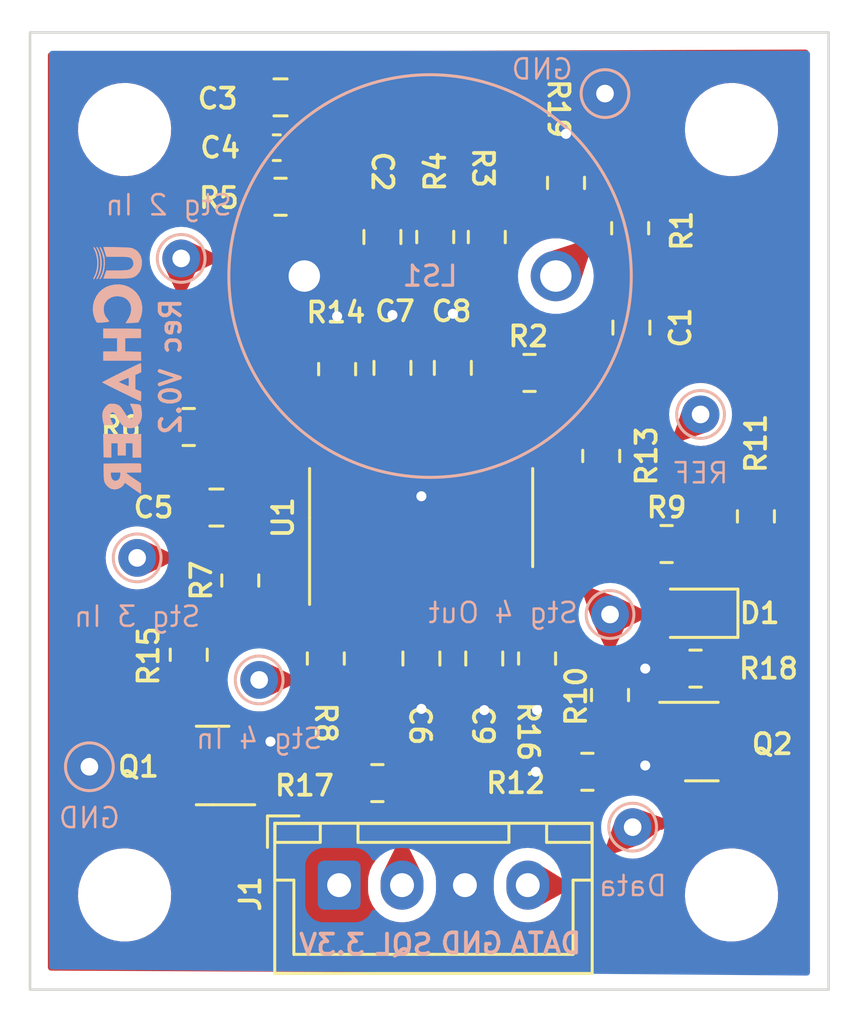
<source format=kicad_pcb>
(kicad_pcb (version 20221018) (generator pcbnew)
  (layers (0 "F.Cu" signal) (31 "B.Cu" signal) (34 "B.Paste" user) (35 "F.Paste" user) (36 "B.SilkS" user "B.Silkscreen") (37 "F.SilkS" user "F.Silkscreen") (38 "B.Mask" user) (39 "F.Mask" user) (44 "Edge.Cuts" user))
  (net 0 "")
  (net 1 "Net-(C1-Pad1)")
  (net 2 "Net-(U1D--)")
  (net 3 "Net-(C2-Pad1)")
  (net 4 "Net-(U1C--)")
  (net 5 "Net-(C3-Pad2)")
  (net 6 "Net-(C5-Pad1)")
  (net 7 "Net-(U1A--)")
  (net 8 "GND")
  (net 9 "+3.3V")
  (net 10 "Net-(U1B-+)")
  (net 11 "Net-(Q1-C)")
  (net 12 "Net-(D1-K)")
  (net 13 "Net-(D1-A)")
  (net 14 "/SQUELCH")
  (net 15 "/DATA")
  (net 16 "Net-(LS1-Pad1)")
  (net 17 "Net-(Q1-B)")
  (net 18 "Net-(Q2-B)")
  (net 19 "Net-(R2-Pad2)")
  (net 20 "Net-(R7-Pad2)")
  (net 21 "Net-(U1A-+)")
  (footprint "Resistor_SMD:R_0805_2012Metric" (layer "F.Cu") (at 81.8 60.65 90)
    (fp_text reference "R13" (at 0 1.8 90 unlocked) (layer "F.SilkS") (effects (font (size 0.8 0.8))))
    (fp_text value "10K")
    (pad "1" smd roundrect (at -0.9125 0 90) (size 1.025 1.4) (layers "F.Cu" "F.Paste" "F.Mask") (roundrect_rratio 0.243902) (net 21 "Net-(U1A-+)"))
    (pad "2" smd roundrect (at 0.9125 0 90) (size 1.025 1.4) (layers "F.Cu" "F.Paste" "F.Mask") (roundrect_rratio 0.243902) (net 9 "+3.3V"))
  )
  (footprint "Resistor_SMD:R_0805_2012Metric" (layer "F.Cu") (at 71.3 57.2 90)
    (fp_text reference "R14" (at 2.25 -0.05 unlocked) (layer "F.SilkS") (effects (font (size 0.8 0.8))))
    (fp_text value "10K")
    (pad "1" smd roundrect (at -0.9125 0 90) (size 1.025 1.4) (layers "F.Cu" "F.Paste" "F.Mask") (roundrect_rratio 0.243902) (net 21 "Net-(U1A-+)"))
    (pad "2" smd roundrect (at 0.9125 0 90) (size 1.025 1.4) (layers "F.Cu" "F.Paste" "F.Mask") (roundrect_rratio 0.243902) (net 8 "GND"))
  )
  (footprint "Capacitor_SMD:C_0805_2012Metric" (layer "F.Cu") (at 74.65 68.7 90)
    (fp_text reference "C6" (at -2.65 -0.05 270 unlocked) (layer "F.SilkS") (effects (font (size 0.8 0.8))))
    (fp_text value "1uF")
    (pad "1" smd roundrect (at -0.95 0 90) (size 1 1.45) (layers "F.Cu" "F.Paste" "F.Mask") (net 8 "GND"))
    (pad "2" smd roundrect (at 0.95 0 90) (size 1 1.45) (layers "F.Cu" "F.Paste" "F.Mask") (net 9 "+3.3V"))
  )
  (footprint "Resistor_SMD:R_0805_2012Metric" (layer "F.Cu") (at 77.25 51.95 90)
    (fp_text reference "R3" (at 2.75 -0.15 -90 unlocked) (layer "F.SilkS") (effects (font (size 0.8 0.8))))
    (fp_text value "6.8K")
    (pad "1" smd roundrect (at -0.9125 0 90) (size 1.025 1.4) (layers "F.Cu" "F.Paste" "F.Mask") (roundrect_rratio 0.243902) (net 19 "Net-(R2-Pad2)"))
    (pad "2" smd roundrect (at 0.9125 0 90) (size 1.025 1.4) (layers "F.Cu" "F.Paste" "F.Mask") (roundrect_rratio 0.243902) (net 3 "Net-(C2-Pad1)"))
  )
  (footprint "Resistor_SMD:R_0805_2012Metric" (layer "F.Cu") (at 65.4 59.5 180)
    (fp_text reference "R6" (at 2.7 0 unlocked) (layer "F.SilkS") (effects (font (size 0.8 0.8))))
    (fp_text value "10K")
    (pad "1" smd roundrect (at -0.9125 0 180) (size 1.025 1.4) (layers "F.Cu" "F.Paste" "F.Mask") (roundrect_rratio 0.243902) (net 5 "Net-(C3-Pad2)"))
    (pad "2" smd roundrect (at 0.9125 0 180) (size 1.025 1.4) (layers "F.Cu" "F.Paste" "F.Mask") (roundrect_rratio 0.243902) (net 6 "Net-(C5-Pad1)"))
  )
  (footprint "MountingHole:MountingHole_3.2mm_M3" (layer "F.Cu") (at 86.98 47.68 90)
    (fp_text reference "H4" hide)
    (fp_text value "MountingHole")
    (pad "" np_thru_hole circle (at 0 0 90) (size 3.2 3.2) (drill 3.2) (layers "*.Cu" "*.Mask"))
  )
  (footprint "Resistor_SMD:R_0805_2012Metric" (layer "F.Cu") (at 78.95 57.35 180)
    (fp_text reference "R2" (at 0.05 1.45 unlocked) (layer "F.SilkS") (effects (font (size 0.8 0.8))))
    (fp_text value "75K")
    (pad "1" smd roundrect (at -0.9125 0 180) (size 1.025 1.4) (layers "F.Cu" "F.Paste" "F.Mask") (roundrect_rratio 0.243902) (net 4 "Net-(U1C--)"))
    (pad "2" smd roundrect (at 0.9125 0 180) (size 1.025 1.4) (layers "F.Cu" "F.Paste" "F.Mask") (roundrect_rratio 0.243902) (net 19 "Net-(R2-Pad2)"))
  )
  (footprint "Capacitor_SMD:C_0805_2012Metric" (layer "F.Cu") (at 75.9 57.15 -90)
    (fp_text reference "C8" (at -2.25 0.05 unlocked) (layer "F.SilkS") (effects (font (size 0.8 0.8))))
    (fp_text value "1uF")
    (pad "1" smd roundrect (at -0.95 0 270) (size 1 1.45) (layers "F.Cu" "F.Paste" "F.Mask") (net 8 "GND"))
    (pad "2" smd roundrect (at 0.95 0 270) (size 1 1.45) (layers "F.Cu" "F.Paste" "F.Mask") (net 21 "Net-(U1A-+)"))
  )
  (footprint "Resistor_SMD:R_0805_2012Metric" (layer "F.Cu") (at 87.95 63.05 90)
    (fp_text reference "R11" (at 2.9 0 90 unlocked) (layer "F.SilkS") (effects (font (size 0.8 0.8))))
    (fp_text value "1K")
    (pad "1" smd roundrect (at -0.9125 0 90) (size 1.025 1.4) (layers "F.Cu" "F.Paste" "F.Mask") (roundrect_rratio 0.243902) (net 15 "/DATA"))
    (pad "2" smd roundrect (at 0.9125 0 90) (size 1.025 1.4) (layers "F.Cu" "F.Paste" "F.Mask") (roundrect_rratio 0.243902) (net 9 "+3.3V"))
  )
  (footprint "Connector_JST:JST_XH_B4B-XH-A_1x04_P2.50mm_Vertical" (layer "F.Cu") (at 71.38 77.705)
    (fp_text reference "J1" (at -3.53 0.345 90 unlocked) (layer "F.SilkS") (effects (font (size 0.8 0.8))))
    (fp_text value "Conn_01x04_Socket")
    (pad "1" thru_hole roundrect (at 0 0) (size 1.7 1.95) (drill 0.95) (layers "*.Cu" "*.Mask") (roundrect_rratio 0.147059) (net 9 "+3.3V"))
    (pad "2" thru_hole oval (at 2.5 0) (size 1.7 1.95) (drill 0.95) (layers "*.Cu" "*.Mask") (net 14 "/SQUELCH"))
    (pad "3" thru_hole oval (at 5 0) (size 1.7 1.95) (drill 0.95) (layers "*.Cu" "*.Mask") (net 8 "GND"))
    (pad "4" thru_hole oval (at 7.5 0) (size 1.7 1.95) (drill 0.95) (layers "*.Cu" "*.Mask") (net 15 "/DATA"))
  )
  (footprint "Resistor_SMD:R_0805_2012Metric" (layer "F.Cu") (at 72.9 73.65 180)
    (fp_text reference "R17" (at 2.9 -0.1 unlocked) (layer "F.SilkS") (effects (font (size 0.8 0.8))))
    (fp_text value "10K")
    (pad "1" smd roundrect (at -0.9125 0 180) (size 1.025 1.4) (layers "F.Cu" "F.Paste" "F.Mask") (roundrect_rratio 0.243902) (net 14 "/SQUELCH"))
    (pad "2" smd roundrect (at 0.9125 0 180) (size 1.025 1.4) (layers "F.Cu" "F.Paste" "F.Mask") (roundrect_rratio 0.243902) (net 17 "Net-(Q1-B)"))
  )
  (footprint "Capacitor_SMD:C_0805_2012Metric" (layer "F.Cu") (at 73.5 57.15 -90)
    (fp_text reference "C7" (at -2.25 -0.1 unlocked) (layer "F.SilkS") (effects (font (size 0.8 0.8))))
    (fp_text value "1nF")
    (pad "1" smd roundrect (at -0.95 0 270) (size 1 1.45) (layers "F.Cu" "F.Paste" "F.Mask") (net 8 "GND"))
    (pad "2" smd roundrect (at 0.95 0 270) (size 1 1.45) (layers "F.Cu" "F.Paste" "F.Mask") (net 21 "Net-(U1A-+)"))
  )
  (footprint "Resistor_SMD:R_0805_2012Metric" (layer "F.Cu") (at 67.45 65.6 -90)
    (fp_text reference "R7" (at 0 1.55 -270 unlocked) (layer "F.SilkS") (effects (font (size 0.8 0.8))))
    (fp_text value "75K")
    (pad "1" smd roundrect (at -0.9125 0 270) (size 1.025 1.4) (layers "F.Cu" "F.Paste" "F.Mask") (roundrect_rratio 0.243902) (net 7 "Net-(U1A--)"))
    (pad "2" smd roundrect (at 0.9125 0 270) (size 1.025 1.4) (layers "F.Cu" "F.Paste" "F.Mask") (roundrect_rratio 0.243902) (net 20 "Net-(R7-Pad2)"))
  )
  (footprint "Resistor_SMD:R_0805_2012Metric" (layer "F.Cu") (at 81.25 73.2)
    (fp_text reference "R12" (at -2.85 0.45 unlocked) (layer "F.SilkS") (effects (font (size 0.8 0.8))))
    (fp_text value "3.9K")
    (pad "1" smd roundrect (at -0.9125 0) (size 1.025 1.4) (layers "F.Cu" "F.Paste" "F.Mask") (roundrect_rratio 0.243902) (net 8 "GND"))
    (pad "2" smd roundrect (at 0.9125 0) (size 1.025 1.4) (layers "F.Cu" "F.Paste" "F.Mask") (roundrect_rratio 0.243902) (net 18 "Net-(Q2-B)"))
  )
  (footprint "Resistor_SMD:R_0805_2012Metric" (layer "F.Cu") (at 84.4 64.15)
    (fp_text reference "R9" (at 0 -1.45 unlocked) (layer "F.SilkS") (effects (font (size 0.8 0.8))))
    (fp_text value "120K")
    (pad "1" smd roundrect (at -0.9125 0) (size 1.025 1.4) (layers "F.Cu" "F.Paste" "F.Mask") (roundrect_rratio 0.243902) (net 10 "Net-(U1B-+)"))
    (pad "2" smd roundrect (at 0.9125 0) (size 1.025 1.4) (layers "F.Cu" "F.Paste" "F.Mask") (roundrect_rratio 0.243902) (net 15 "/DATA"))
  )
  (footprint "MountingHole:MountingHole_3.2mm_M3" (layer "F.Cu") (at 86.98 78.095 90)
    (fp_text reference "H3" hide)
    (fp_text value "MountingHole")
    (pad "" np_thru_hole circle (at 0 0 90) (size 3.2 3.2) (drill 3.2) (layers "*.Cu" "*.Mask"))
  )
  (footprint "Resistor_SMD:R_0805_2012Metric" (layer "F.Cu") (at 80.4 49.8 -90)
    (fp_text reference "R19" (at -2.95 0.3 -90 unlocked) (layer "F.SilkS") (effects (font (size 0.8 0.8))))
    (fp_text value "DO NOT POPULATE")
    (pad "1" smd roundrect (at -0.9125 0 270) (size 1.025 1.4) (layers "F.Cu" "F.Paste" "F.Mask") (roundrect_rratio 0.243902) (net 8 "GND"))
    (pad "2" smd roundrect (at 0.9125 0 270) (size 1.025 1.4) (layers "F.Cu" "F.Paste" "F.Mask") (roundrect_rratio 0.243902) (net 16 "Net-(LS1-Pad1)"))
  )
  (footprint "Resistor_SMD:R_0805_2012Metric" (layer "F.Cu") (at 75.2 51.95 90)
    (fp_text reference "R4" (at 2.6 0 90 unlocked) (layer "F.SilkS") (effects (font (size 0.8 0.8))))
    (fp_text value "220")
    (pad "1" smd roundrect (at -0.9125 0 90) (size 1.025 1.4) (layers "F.Cu" "F.Paste" "F.Mask") (roundrect_rratio 0.243902) (net 21 "Net-(U1A-+)"))
    (pad "2" smd roundrect (at 0.9125 0 90) (size 1.025 1.4) (layers "F.Cu" "F.Paste" "F.Mask") (roundrect_rratio 0.243902) (net 3 "Net-(C2-Pad1)"))
  )
  (footprint "Package_TO_SOT_SMD:SOT-23" (layer "F.Cu") (at 85.8 72)
    (fp_text reference "Q2" (at 2.8 0.1 unlocked) (layer "F.SilkS") (effects (font (size 0.8 0.8))))
    (fp_text value "MMBT3904")
    (pad "1" smd roundrect (at -0.9375 -0.95) (size 1.475 0.6) (layers "F.Cu" "F.Paste" "F.Mask") (net 18 "Net-(Q2-B)"))
    (pad "2" smd roundrect (at -0.9375 0.95) (size 1.475 0.6) (layers "F.Cu" "F.Paste" "F.Mask") (net 8 "GND"))
    (pad "3" smd roundrect (at 0.9375 0) (size 1.475 0.6) (layers "F.Cu" "F.Paste" "F.Mask") (net 15 "/DATA"))
  )
  (footprint "Resistor_SMD:R_0805_2012Metric" (layer "F.Cu") (at 85.55 69.1)
    (fp_text reference "R18" (at 2.9 0 unlocked) (layer "F.SilkS") (effects (font (size 0.8 0.8))))
    (fp_text value "100")
    (pad "1" smd roundrect (at -0.9125 0) (size 1.025 1.4) (layers "F.Cu" "F.Paste" "F.Mask") (roundrect_rratio 0.243902) (net 8 "GND"))
    (pad "2" smd roundrect (at 0.9125 0) (size 1.025 1.4) (layers "F.Cu" "F.Paste" "F.Mask") (roundrect_rratio 0.243902) (net 12 "Net-(D1-K)"))
  )
  (footprint "Package_SO:SOIC-14_3.9x8.7mm_P1.27mm" (layer "F.Cu") (at 74.64 63.1 90)
    (fp_text reference "U1" (at 0 -5.49 90 unlocked) (layer "F.SilkS") (effects (font (size 0.8 0.8))))
    (fp_text value "LM324")
    (pad "1" smd roundrect (at -2.475 -3.81 90) (size 1.95 0.6) (layers "F.Cu" "F.Paste" "F.Mask") (net 20 "Net-(R7-Pad2)"))
    (pad "2" smd roundrect (at -2.475 -2.54 90) (size 1.95 0.6) (layers "F.Cu" "F.Paste" "F.Mask") (net 7 "Net-(U1A--)"))
    (pad "3" smd roundrect (at -2.475 -1.27 90) (size 1.95 0.6) (layers "F.Cu" "F.Paste" "F.Mask") (net 21 "Net-(U1A-+)"))
    (pad "4" smd roundrect (at -2.475 0 90) (size 1.95 0.6) (layers "F.Cu" "F.Paste" "F.Mask") (net 9 "+3.3V"))
    (pad "5" smd roundrect (at -2.475 1.27 90) (size 1.95 0.6) (layers "F.Cu" "F.Paste" "F.Mask") (net 10 "Net-(U1B-+)"))
    (pad "6" smd roundrect (at -2.475 2.54 90) (size 1.95 0.6) (layers "F.Cu" "F.Paste" "F.Mask") (net 11 "Net-(Q1-C)"))
    (pad "7" smd roundrect (at -2.475 3.81 90) (size 1.95 0.6) (layers "F.Cu" "F.Paste" "F.Mask") (net 13 "Net-(D1-A)"))
    (pad "8" smd roundrect (at 2.475 3.81 90) (size 1.95 0.6) (layers "F.Cu" "F.Paste" "F.Mask") (net 19 "Net-(R2-Pad2)"))
    (pad "9" smd roundrect (at 2.475 2.54 90) (size 1.95 0.6) (layers "F.Cu" "F.Paste" "F.Mask") (net 4 "Net-(U1C--)"))
    (pad "10" smd roundrect (at 2.475 1.27 90) (size 1.95 0.6) (layers "F.Cu" "F.Paste" "F.Mask") (net 21 "Net-(U1A-+)"))
    (pad "11" smd roundrect (at 2.475 0 90) (size 1.95 0.6) (layers "F.Cu" "F.Paste" "F.Mask") (net 8 "GND"))
    (pad "12" smd roundrect (at 2.475 -1.27 90) (size 1.95 0.6) (layers "F.Cu" "F.Paste" "F.Mask") (net 21 "Net-(U1A-+)"))
    (pad "13" smd roundrect (at 2.475 -2.54 90) (size 1.95 0.6) (layers "F.Cu" "F.Paste" "F.Mask") (net 2 "Net-(U1D--)"))
    (pad "14" smd roundrect (at 2.475 -3.81 90) (size 1.95 0.6) (layers "F.Cu" "F.Paste" "F.Mask") (net 5 "Net-(C3-Pad2)"))
  )
  (footprint "Capacitor_SMD:C_0805_2012Metric" (layer "F.Cu") (at 73.1 51.95 -90)
    (fp_text reference "C2" (at -2.6 0 -90 unlocked) (layer "F.SilkS") (effects (font (size 0.8 0.8))))
    (fp_text value "1nF")
    (pad "1" smd roundrect (at -0.95 0 270) (size 1 1.45) (layers "F.Cu" "F.Paste" "F.Mask") (net 3 "Net-(C2-Pad1)"))
    (pad "2" smd roundrect (at 0.95 0 270) (size 1 1.45) (layers "F.Cu" "F.Paste" "F.Mask") (net 2 "Net-(U1D--)"))
  )
  (footprint "LED_SMD:LED_0805_2012Metric" (layer "F.Cu") (at 85.55 66.9 180)
    (fp_text reference "D1" (at -2.55 0 unlocked) (layer "F.SilkS") (effects (font (size 0.8 0.8))))
    (fp_text value "LED")
    (pad "1" smd roundrect (at -0.9375 0 180) (size 0.975 1.4) (layers "F.Cu" "F.Paste" "F.Mask") (net 12 "Net-(D1-K)"))
    (pad "2" smd roundrect (at 0.9375 0 180) (size 0.975 1.4) (layers "F.Cu" "F.Paste" "F.Mask") (net 13 "Net-(D1-A)"))
  )
  (footprint "Package_TO_SOT_SMD:SOT-23" (layer "F.Cu") (at 66.35 72.95 180)
    (fp_text reference "Q1" (at 2.95 -0.05 unlocked) (layer "F.SilkS") (effects (font (size 0.8 0.8))))
    (fp_text value "MMBT3904")
    (pad "1" smd roundrect (at -0.9375 -0.95 180) (size 1.475 0.6) (layers "F.Cu" "F.Paste" "F.Mask") (net 17 "Net-(Q1-B)"))
    (pad "2" smd roundrect (at -0.9375 0.95 180) (size 1.475 0.6) (layers "F.Cu" "F.Paste" "F.Mask") (net 8 "GND"))
    (pad "3" smd roundrect (at 0.9375 0 180) (size 1.475 0.6) (layers "F.Cu" "F.Paste" "F.Mask") (net 11 "Net-(Q1-C)"))
  )
  (footprint "Resistor_SMD:R_0805_2012Metric" (layer "F.Cu") (at 82.15 70.15 -90)
    (fp_text reference "R10" (at 0.05 1.35 -270 unlocked) (layer "F.SilkS") (effects (font (size 0.8 0.8))))
    (fp_text value "10K")
    (pad "1" smd roundrect (at -0.9125 0 270) (size 1.025 1.4) (layers "F.Cu" "F.Paste" "F.Mask") (roundrect_rratio 0.243902) (net 13 "Net-(D1-A)"))
    (pad "2" smd roundrect (at 0.9125 0 270) (size 1.025 1.4) (layers "F.Cu" "F.Paste" "F.Mask") (roundrect_rratio 0.243902) (net 18 "Net-(Q2-B)"))
  )
  (footprint "Resistor_SMD:R_0805_2012Metric" (layer "F.Cu") (at 69.05 50.35 180)
    (fp_text reference "R5" (at 2.45 -0.05 unlocked) (layer "F.SilkS") (effects (font (size 0.8 0.8))))
    (fp_text value "75K")
    (pad "1" smd roundrect (at -0.9125 0 180) (size 1.025 1.4) (layers "F.Cu" "F.Paste" "F.Mask") (roundrect_rratio 0.243902) (net 2 "Net-(U1D--)"))
    (pad "2" smd roundrect (at 0.9125 0 180) (size 1.025 1.4) (layers "F.Cu" "F.Paste" "F.Mask") (roundrect_rratio 0.243902) (net 5 "Net-(C3-Pad2)"))
  )
  (footprint "Capacitor_SMD:C_0805_2012Metric" (layer "F.Cu") (at 83 55.55 -90)
    (fp_text reference "C1" (at 0 -1.95 -270 unlocked) (layer "F.SilkS") (effects (font (size 0.8 0.8))))
    (fp_text value "10nF")
    (pad "1" smd roundrect (at -0.95 0 270) (size 1 1.45) (layers "F.Cu" "F.Paste" "F.Mask") (net 1 "Net-(C1-Pad1)"))
    (pad "2" smd roundrect (at 0.95 0 270) (size 1 1.45) (layers "F.Cu" "F.Paste" "F.Mask") (net 4 "Net-(U1C--)"))
  )
  (footprint "MountingHole:MountingHole_3.2mm_M3" (layer "F.Cu") (at 62.85 47.68 90)
    (fp_text reference "H2" hide)
    (fp_text value "MountingHole")
    (pad "" np_thru_hole circle (at 0 0 90) (size 3.2 3.2) (drill 3.2) (layers "*.Cu" "*.Mask"))
  )
  (footprint "Capacitor_SMD:C_0805_2012Metric" (layer "F.Cu") (at 66.5 62.7)
    (fp_text reference "C5" (at -2.5 0 unlocked) (layer "F.SilkS") (effects (font (size 0.8 0.8))))
    (fp_text value "10nF")
    (pad "1" smd roundrect (at -0.95 0) (size 1 1.45) (layers "F.Cu" "F.Paste" "F.Mask") (net 6 "Net-(C5-Pad1)"))
    (pad "2" smd roundrect (at 0.95 0) (size 1 1.45) (layers "F.Cu" "F.Paste" "F.Mask") (net 7 "Net-(U1A--)"))
  )
  (footprint "Resistor_SMD:R_0805_2012Metric" (layer "F.Cu") (at 70.85 68.7 -90)
    (fp_text reference "R8" (at 2.55 0 -90 unlocked) (layer "F.SilkS") (effects (font (size 0.8 0.8))))
    (fp_text value "4.3K")
    (pad "1" smd roundrect (at -0.9125 0 270) (size 1.025 1.4) (layers "F.Cu" "F.Paste" "F.Mask") (roundrect_rratio 0.243902) (net 20 "Net-(R7-Pad2)"))
    (pad "2" smd roundrect (at 0.9125 0 270) (size 1.025 1.4) (layers "F.Cu" "F.Paste" "F.Mask") (roundrect_rratio 0.243902) (net 10 "Net-(U1B-+)"))
  )
  (footprint "Resistor_SMD:R_0805_2012Metric" (layer "F.Cu") (at 82.95 51.6 -90)
    (fp_text reference "R1" (at 0.1 -2.05 90 unlocked) (layer "F.SilkS") (effects (font (size 0.8 0.8))))
    (fp_text value "10K")
    (pad "1" smd roundrect (at -0.9125 0 270) (size 1.025 1.4) (layers "F.Cu" "F.Paste" "F.Mask") (roundrect_rratio 0.243902) (net 16 "Net-(LS1-Pad1)"))
    (pad "2" smd roundrect (at 0.9125 0 270) (size 1.025 1.4) (layers "F.Cu" "F.Paste" "F.Mask") (roundrect_rratio 0.243902) (net 1 "Net-(C1-Pad1)"))
  )
  (footprint "Capacitor_SMD:C_0805_2012Metric" (layer "F.Cu") (at 77.15 68.7 90)
    (fp_text reference "C9" (at -2.65 -0.05 270 unlocked) (layer "F.SilkS") (effects (font (size 0.8 0.8))))
    (fp_text value "1nF")
    (pad "1" smd roundrect (at -0.95 0 90) (size 1 1.45) (layers "F.Cu" "F.Paste" "F.Mask") (net 8 "GND"))
    (pad "2" smd roundrect (at 0.95 0 90) (size 1 1.45) (layers "F.Cu" "F.Paste" "F.Mask") (net 11 "Net-(Q1-C)"))
  )
  (footprint "Resistor_SMD:R_0805_2012Metric" (layer "F.Cu") (at 65.4 68.55 90)
    (fp_text reference "R15" (at -0.05 -1.6 90 unlocked) (layer "F.SilkS") (effects (font (size 0.8 0.8))))
    (fp_text value "120K")
    (pad "1" smd roundrect (at -0.9125 0 90) (size 1.025 1.4) (layers "F.Cu" "F.Paste" "F.Mask") (roundrect_rratio 0.243902) (net 11 "Net-(Q1-C)"))
    (pad "2" smd roundrect (at 0.9125 0 90) (size 1.025 1.4) (layers "F.Cu" "F.Paste" "F.Mask") (roundrect_rratio 0.243902) (net 21 "Net-(U1A-+)"))
  )
  (footprint "Capacitor_SMD:C_0805_2012Metric" (layer "F.Cu") (at 69.05 46.4 180)
    (fp_text reference "C3" (at 2.5 -0.05 unlocked) (layer "F.SilkS") (effects (font (size 0.8 0.8))))
    (fp_text value "1nF")
    (pad "1" smd roundrect (at -0.95 0 180) (size 1 1.45) (layers "F.Cu" "F.Paste" "F.Mask") (net 3 "Net-(C2-Pad1)"))
    (pad "2" smd roundrect (at 0.95 0 180) (size 1 1.45) (layers "F.Cu" "F.Paste" "F.Mask") (net 5 "Net-(C3-Pad2)"))
  )
  (footprint "Capacitor_SMD:C_0603_1608Metric" (layer "F.Cu") (at 68.9 48.4 180)
    (fp_text reference "C4" (at 2.25 0 unlocked) (layer "F.SilkS") (effects (font (size 0.8 0.8))))
    (fp_text value "68pF")
    (pad "1" smd roundrect (at -0.775 0 180) (size 0.9 0.95) (layers "F.Cu" "F.Paste" "F.Mask") (net 2 "Net-(U1D--)"))
    (pad "2" smd roundrect (at 0.775 0 180) (size 0.9 0.95) (layers "F.Cu" "F.Paste" "F.Mask") (net 5 "Net-(C3-Pad2)"))
  )
  (footprint "MountingHole:MountingHole_3.2mm_M3" (layer "F.Cu") (at 62.85 78.095 90)
    (fp_text reference "H1" hide)
    (fp_text value "MountingHole")
    (pad "" np_thru_hole circle (at 0 0 90) (size 3.2 3.2) (drill 3.2) (layers "*.Cu" "*.Mask"))
  )
  (footprint "Resistor_SMD:R_0805_2012Metric" (layer "F.Cu") (at 79.25 68.7 -90)
    (fp_text reference "R16" (at 2.9 0.35 -90 unlocked) (layer "F.SilkS") (effects (font (size 0.8 0.8))))
    (fp_text value "2M")
    (pad "1" smd roundrect (at -0.9125 0 270) (size 1.025 1.4) (layers "F.Cu" "F.Paste" "F.Mask") (roundrect_rratio 0.243902) (net 11 "Net-(Q1-C)"))
    (pad "2" smd roundrect (at 0.9125 0 270) (size 1.025 1.4) (layers "F.Cu" "F.Paste" "F.Mask") (roundrect_rratio 0.243902) (net 8 "GND"))
  )
  (footprint "uFinder:TestPoint_THTPad_D1.5mm_Drill0.7mm" (layer "B.Cu") (at 61.45 73 180)
    (fp_text reference "TP2" hide)
    (fp_text value "TestPoint")
    (fp_text user "${Label}" (at 0 -2.5 unlocked) (layer "B.SilkS") (effects (font (size 0.8 0.8) (thickness 0.1)) (justify bottom mirror)))
    (pad "1" thru_hole circle (at 0 0 180) (size 1.5 1.5) (drill 0.7) (layers "*.Cu" "*.Mask") (net 8 "GND"))
  )
  (footprint "uFinder:TestPoint_THTPad_D1.5mm_Drill0.7mm" (layer "B.Cu") (at 65.1 52.8 180)
    (fp_text reference "TP3" hide)
    (fp_text value "TestPoint")
    (fp_text user "${Label}" (at 0.5 1.65 unlocked) (layer "B.SilkS") (effects (font (size 0.8 0.8) (thickness 0.1)) (justify bottom mirror)))
    (pad "1" thru_hole circle (at 0 0 180) (size 1.5 1.5) (drill 0.7) (layers "*.Cu" "*.Mask") (net 2 "Net-(U1D--)"))
  )
  (footprint "uFinder:logo" (layer "B.Cu") (at 62.5 57.5 -90)
    (fp_text reference "Logo1" hide)
    (fp_text value "~" hide)
  )
  (footprint "uFinder:ULTRASONIC_16MM" (layer "B.Cu") (at 74.995 53.5 90)
    (fp_text reference "LS1" (at 0 0 180) (layer "B.SilkS") (effects (font (size 0.8 0.8) (thickness 0.127)) (justify mirror)))
    (fp_text value "Speaker_Ultrasound")
    (pad "1" thru_hole circle (at 0 5 90) (size 2 2) (drill 1.25) (layers "*.Cu" "*.Mask") (net 16 "Net-(LS1-Pad1)"))
    (pad "2" thru_hole circle (at 0 -5 90) (size 2 2) (drill 1.25) (layers "*.Cu" "*.Mask") (net 8 "GND"))
  )
  (footprint "uFinder:TestPoint_THTPad_D1.5mm_Drill0.7mm" (layer "B.Cu") (at 63.35 64.7 180)
    (fp_text reference "TP5" hide)
    (fp_text value "TestPoint")
    (fp_text user "${Label}" (at 0 -2.8 unlocked) (layer "B.SilkS") (effects (font (size 0.8 0.8) (thickness 0.1)) (justify bottom mirror)))
    (pad "1" thru_hole circle (at 0 0 180) (size 1.5 1.5) (drill 0.7) (layers "*.Cu" "*.Mask") (net 7 "Net-(U1A--)"))
  )
  (footprint "uFinder:TestPoint_THTPad_D1.5mm_Drill0.7mm" (layer "B.Cu") (at 82.15 66.95 180)
    (fp_text reference "TP7" hide)
    (fp_text value "TestPoint")
    (fp_text user "${Label}" (at 4.25 -0.4 unlocked) (layer "B.SilkS") (effects (font (size 0.8 0.8) (thickness 0.1)) (justify bottom mirror)))
    (pad "1" thru_hole circle (at 0 0 180) (size 1.5 1.5) (drill 0.7) (layers "*.Cu" "*.Mask") (net 13 "Net-(D1-A)"))
  )
  (footprint "uFinder:TestPoint_THTPad_D1.5mm_Drill0.7mm" (layer "B.Cu") (at 81.95 46.25 180)
    (fp_text reference "TP1" hide)
    (fp_text value "TestPoint")
    (fp_text user "${Label}" (at 2.5 0.5 unlocked) (layer "B.SilkS") (effects (font (size 0.8 0.8) (thickness 0.1)) (justify bottom mirror)))
    (pad "1" thru_hole circle (at 0 0 180) (size 1.5 1.5) (drill 0.7) (layers "*.Cu" "*.Mask") (net 8 "GND"))
  )
  (footprint "uFinder:TestPoint_THTPad_D1.5mm_Drill0.7mm" (layer "B.Cu") (at 85.75 59 180)
    (fp_text reference "TP4" hide)
    (fp_text value "TestPoint")
    (fp_text user "${Label}" (at 0 -2.8 unlocked) (layer "B.SilkS") (effects (font (size 0.8 0.8) (thickness 0.1)) (justify bottom mirror)))
    (pad "1" thru_hole circle (at 0 0 180) (size 1.5 1.5) (drill 0.7) (layers "*.Cu" "*.Mask") (net 21 "Net-(U1A-+)"))
  )
  (footprint "uFinder:TestPoint_THTPad_D1.5mm_Drill0.7mm" (layer "B.Cu") (at 68.2 69.55 180)
    (fp_text reference "TP6" hide)
    (fp_text value "TestPoint")
    (fp_text user "${Label}" (at 0 -2.8 unlocked) (layer "B.SilkS") (effects (font (size 0.8 0.8) (thickness 0.1)) (justify bottom mirror)))
    (pad "1" thru_hole circle (at 0 0 180) (size 1.5 1.5) (drill 0.7) (layers "*.Cu" "*.Mask") (net 10 "Net-(U1B-+)"))
  )
  (footprint "uFinder:TestPoint_THTPad_D1.5mm_Drill0.7mm" (layer "B.Cu") (at 83.05 75.4 180)
    (fp_text reference "TP8" hide)
    (fp_text value "TestPoint")
    (fp_text user "${Label}" (at 0 -2.8 unlocked) (layer "B.SilkS") (effects (font (size 0.8 0.8) (thickness 0.1)) (justify bottom mirror)))
    (pad "1" thru_hole circle (at 0 0 180) (size 1.5 1.5) (drill 0.7) (layers "*.Cu" "*.Mask") (net 15 "/DATA"))
  )
  (gr_rect (start 59.09 43.82) (end 90.84 81.855) (stroke (width 0.1)) (fill none) (layer "Edge.Cuts"))
  (gr_text "Rec V0.2" (at 65.15 57.1 90) (layer "B.SilkS") (effects (font (size 0.8 0.8)) (justify bottom mirror)))
  (gr_text "3.3V" (at 71.1 79.6) (layer "B.SilkS") (effects (font (size 0.8 0.8) (thickness 0.15) bold) (justify top mirror)))
  (gr_text "SQL\n" (at 73.95 79.6) (layer "B.SilkS") (effects (font (size 0.8 0.8) (thickness 0.15) bold) (justify top mirror)))
  (gr_text "DATA" (at 79.6 79.55) (layer "B.SilkS") (effects (font (size 0.8 0.8) (thickness 0.15) bold) (justify top mirror)))
  (gr_text "GND" (at 76.65 79.55) (layer "B.SilkS") (effects (font (size 0.8 0.8) (thickness 0.15) bold) (justify top mirror)))
  (segment (start 82.95 52.5125) (end 82.95 54.55) (width 0.2032) (layer "F.Cu") (net 1))
  (segment (start 82.95 54.55) (end 83 54.6) (width 0.2032) (layer "F.Cu") (net 1))
  (segment (start 71.9 59.25) (end 72.1 59.45) (width 0.2032) (layer "F.Cu") (net 2))
  (segment (start 71.5 50.7) (end 71.5 52.55) (width 0.2032) (layer "F.Cu") (net 2))
  (segment (start 67.5125 52.8) (end 69.9625 50.35) (width 0.2032) (layer "F.Cu") (net 2))
  (segment (start 71.85 52.9) (end 73.1 52.9) (width 0.2032) (layer "F.Cu") (net 2))
  (segment (start 65.1 54.9) (end 69.45 59.25) (width 0.2032) (layer "F.Cu") (net 2))
  (segment (start 69.45 59.25) (end 71.9 59.25) (width 0.2032) (layer "F.Cu") (net 2))
  (segment (start 71.5 52.55) (end 71.85 52.9) (width 0.2032) (layer "F.Cu") (net 2))
  (segment (start 71.15 50.35) (end 71.5 50.7) (width 0.2032) (layer "F.Cu") (net 2))
  (segment (start 69.675 50.0625) (end 69.9625 50.35) (width 0.2032) (layer "F.Cu") (net 2))
  (segment (start 72.1 59.45) (end 72.1 60.625) (width 0.2032) (layer "F.Cu") (net 2))
  (segment (start 69.9625 50.35) (end 71.15 50.35) (width 0.2032) (layer "F.Cu") (net 2))
  (segment (start 65.1 52.8) (end 65.1 54.9) (width 0.2032) (layer "F.Cu") (net 2))
  (segment (start 69.675 48.4) (end 69.675 50.0625) (width 0.2032) (layer "F.Cu") (net 2))
  (segment (start 65.1 52.8) (end 67.5125 52.8) (width 0.2032) (layer "F.Cu") (net 2))
  (segment (start 77.25 51.0375) (end 75.2 51.0375) (width 0.2032) (layer "F.Cu") (net 3))
  (segment (start 73.1375 51.0375) (end 73.1 51) (width 0.2032) (layer "F.Cu") (net 3))
  (segment (start 73.1 51) (end 73.1 48.15) (width 0.2032) (layer "F.Cu") (net 3))
  (segment (start 73.1 48.15) (end 71.35 46.4) (width 0.2032) (layer "F.Cu") (net 3))
  (segment (start 75.2 51.0375) (end 73.1375 51.0375) (width 0.2032) (layer "F.Cu") (net 3))
  (segment (start 71.35 46.4) (end 70 46.4) (width 0.2032) (layer "F.Cu") (net 3))
  (segment (start 77.18 61.83) (end 77.45 62.1) (width 0.2032) (layer "F.Cu") (net 4))
  (segment (start 77.45 62.1) (end 79.45 62.1) (width 0.2032) (layer "F.Cu") (net 4))
  (segment (start 79.45 62.1) (end 79.8625 61.6875) (width 0.2032) (layer "F.Cu") (net 4))
  (segment (start 80.85 57.35) (end 79.8625 57.35) (width 0.2032) (layer "F.Cu") (net 4))
  (segment (start 81.7 56.5) (end 80.85 57.35) (width 0.2032) (layer "F.Cu") (net 4))
  (segment (start 83 56.5) (end 81.7 56.5) (width 0.2032) (layer "F.Cu") (net 4))
  (segment (start 79.8625 61.6875) (end 79.8625 57.35) (width 0.2032) (layer "F.Cu") (net 4))
  (segment (start 77.18 60.625) (end 77.18 61.83) (width 0.2032) (layer "F.Cu") (net 4))
  (segment (start 63.4 55) (end 66.3125 57.9125) (width 0.2032) (layer "F.Cu") (net 5))
  (segment (start 70.83 60.625) (end 67.4375 60.625) (width 0.2032) (layer "F.Cu") (net 5))
  (segment (start 68.1375 50.35) (end 64.55 50.35) (width 0.2032) (layer "F.Cu") (net 5))
  (segment (start 68.1 48.375) (end 68.125 48.4) (width 0.2032) (layer "F.Cu") (net 5))
  (segment (start 67.4375 60.625) (end 66.3125 59.5) (width 0.2032) (layer "F.Cu") (net 5))
  (segment (start 63.4 51.5) (end 63.4 55) (width 0.2032) (layer "F.Cu") (net 5))
  (segment (start 66.3125 57.9125) (end 66.3125 59.5) (width 0.2032) (layer "F.Cu") (net 5))
  (segment (start 68.125 48.4) (end 68.125 50.3375) (width 0.2032) (layer "F.Cu") (net 5))
  (segment (start 64.55 50.35) (end 63.4 51.5) (width 0.2032) (layer "F.Cu") (net 5))
  (segment (start 68.1 46.4) (end 68.1 48.375) (width 0.2032) (layer "F.Cu") (net 5))
  (segment (start 68.125 50.3375) (end 68.1375 50.35) (width 0.2032) (layer "F.Cu") (net 5))
  (segment (start 64.4875 60.5875) (end 65.55 61.65) (width 0.2032) (layer "F.Cu") (net 6))
  (segment (start 65.55 61.65) (end 65.55 62.7) (width 0.2032) (layer "F.Cu") (net 6))
  (segment (start 64.4875 59.5) (end 64.4875 60.5875) (width 0.2032) (layer "F.Cu") (net 6))
  (segment (start 71.05 62.7) (end 72.1 63.75) (width 0.2032) (layer "F.Cu") (net 7))
  (segment (start 72.1 63.75) (end 72.1 65.575) (width 0.2032) (layer "F.Cu") (net 7))
  (segment (start 67.45 62.7) (end 71.05 62.7) (width 0.2032) (layer "F.Cu") (net 7))
  (segment (start 63.35 64.7) (end 67.4375 64.7) (width 0.2032) (layer "F.Cu") (net 7))
  (segment (start 67.4375 64.7) (end 67.45 64.6875) (width 0.2032) (layer "F.Cu") (net 7))
  (segment (start 67.45 64.6875) (end 67.45 62.7) (width 0.2032) (layer "F.Cu") (net 7))
  (segment (start 84.8625 72.95) (end 83.55 72.95) (width 0.3) (layer "F.Cu") (net 8))
  (segment (start 79.25 69.6125) (end 79.25 70.75) (width 0.3) (layer "F.Cu") (net 8))
  (segment (start 74.64 60.625) (end 74.64 62.24) (width 0.3) (layer "F.Cu") (net 8))
  (segment (start 84.6375 69.1) (end 83.5495 69.1) (width 0.3) (layer "F.Cu") (net 8))
  (segment (start 77.15 69.65) (end 77.15 70.75) (width 0.3) (layer "F.Cu") (net 8))
  (segment (start 73.5 55.05) (end 73.5 56.2) (width 0.3) (layer "F.Cu") (net 8))
  (segment (start 74.65 70.7) (end 74.65 69.65) (width 0.3) (layer "F.Cu") (net 8))
  (segment (start 67.2875 72) (end 68.65 72) (width 0.3) (layer "F.Cu") (net 8))
  (segment (start 71.3 56.2875) (end 71.3 55.1) (width 0.3) (layer "F.Cu") (net 8))
  (segment (start 75.9 56.2) (end 75.9 55) (width 0.3) (layer "F.Cu") (net 8))
  (segment (start 80.4 48.8875) (end 80.4 47.85) (width 0.3) (layer "F.Cu") (net 8))
  (segment (start 74.64 62.24) (end 74.65 62.25) (width 0.3) (layer "F.Cu") (net 8))
  (segment (start 80.3375 73.2) (end 79.2 73.2) (width 0.3) (layer "F.Cu") (net 8))
  (via (at 83.55 72.95) (size 0.8) (drill 0.4) (layers "F.Cu" "B.Cu") (net 8))
  (via (at 75.9 55) (size 0.8) (drill 0.4) (layers "F.Cu" "B.Cu") (net 8))
  (via (at 73.5 55.05) (size 0.8) (drill 0.4) (layers "F.Cu" "B.Cu") (net 8))
  (via (at 68.65 72) (size 0.8) (drill 0.4) (layers "F.Cu" "B.Cu") (net 8))
  (via (at 74.65 70.7) (size 0.8) (drill 0.4) (layers "F.Cu" "B.Cu") (net 8))
  (via (at 79.2 73.2) (size 0.8) (drill 0.4) (layers "F.Cu" "B.Cu") (net 8))
  (via (at 77.15 70.75) (size 0.8) (drill 0.4) (layers "F.Cu" "B.Cu") (net 8))
  (via (at 74.65 62.25) (size 0.8) (drill 0.4) (layers "F.Cu" "B.Cu") (net 8))
  (via (at 79.25 70.75) (size 0.8) (drill 0.4) (layers "F.Cu" "B.Cu") (net 8))
  (via (at 83.5495 69.1) (size 0.8) (drill 0.4) (layers "F.Cu" "B.Cu") (net 8))
  (via (at 71.3 55.1) (size 0.8) (drill 0.4) (layers "F.Cu" "B.Cu") (net 8))
  (via (at 80.4 47.85) (size 0.8) (drill 0.4) (layers "F.Cu" "B.Cu") (net 8))
  (segment (start 74.65 67.75) (end 74.65 65.585) (width 0.3) (layer "F.Cu") (net 9))
  (segment (start 74.65 65.585) (end 74.64 65.575) (width 0.3) (layer "F.Cu") (net 9))
  (segment (start 75.298102 68.7484) (end 75.91 68.136502) (width 0.2032) (layer "F.Cu") (net 10))
  (segment (start 70.7875 69.55) (end 70.85 69.6125) (width 0.2032) (layer "F.Cu") (net 10))
  (segment (start 72.6375 69.6125) (end 73.5016 68.7484) (width 0.2032) (layer "F.Cu") (net 10))
  (segment (start 73.5016 68.7484) (end 75.298102 68.7484) (width 0.2032) (layer "F.Cu") (net 10))
  (segment (start 68.2 69.55) (end 70.7875 69.55) (width 0.2032) (layer "F.Cu") (net 10))
  (segment (start 75.91 65.575) (end 75.91 64.54) (width 0.2032) (layer "F.Cu") (net 10))
  (segment (start 76.3 64.15) (end 83.4875 64.15) (width 0.2032) (layer "F.Cu") (net 10))
  (segment (start 75.91 68.136502) (end 75.91 65.575) (width 0.2032) (layer "F.Cu") (net 10))
  (segment (start 75.91 64.54) (end 76.3 64.15) (width 0.2032) (layer "F.Cu") (net 10))
  (segment (start 70.85 69.6125) (end 72.6375 69.6125) (width 0.2032) (layer "F.Cu") (net 10))
  (segment (start 79.2125 67.75) (end 79.25 67.7875) (width 0.2032) (layer "F.Cu") (net 11))
  (segment (start 65.4125 70.9125) (end 65.4 70.9) (width 0.2032) (layer "F.Cu") (net 11))
  (segment (start 74.317966 71.5016) (end 73.716366 70.9) (width 0.2032) (layer "F.Cu") (net 11))
  (segment (start 77.18 65.575) (end 77.18 67.72) (width 0.2032) (layer "F.Cu") (net 11))
  (segment (start 75.95 68.95) (end 75.95 71.2) (width 0.2032) (layer "F.Cu") (net 11))
  (segment (start 73.716366 70.9) (end 65.4 70.9) (width 0.2032) (layer "F.Cu") (net 11))
  (segment (start 75.95 71.2) (end 75.6484 71.5016) (width 0.2032) (layer "F.Cu") (net 11))
  (segment (start 77.18 67.72) (end 77.15 67.75) (width 0.2032) (layer "F.Cu") (net 11))
  (segment (start 77.15 67.75) (end 75.95 68.95) (width 0.2032) (layer "F.Cu") (net 11))
  (segment (start 65.4125 72.95) (end 65.4125 70.9125) (width 0.2032) (layer "F.Cu") (net 11))
  (segment (start 77.15 67.75) (end 79.2125 67.75) (width 0.2032) (layer "F.Cu") (net 11))
  (segment (start 65.4 70.9) (end 65.4 69.4625) (width 0.2032) (layer "F.Cu") (net 11))
  (segment (start 75.6484 71.5016) (end 74.317966 71.5016) (width 0.2032) (layer "F.Cu") (net 11))
  (segment (start 86.4625 66.925) (end 86.4875 66.9) (width 0.2032) (layer "F.Cu") (net 12))
  (segment (start 86.4625 69.1) (end 86.4625 66.925) (width 0.2032) (layer "F.Cu") (net 12))
  (segment (start 80.775 65.575) (end 82.15 66.95) (width 0.2032) (layer "F.Cu") (net 13))
  (segment (start 82.15 69.2375) (end 82.15 66.95) (width 0.2032) (layer "F.Cu") (net 13))
  (segment (start 78.45 65.575) (end 80.775 65.575) (width 0.2032) (layer "F.Cu") (net 13))
  (segment (start 84.5625 66.95) (end 82.15 66.95) (width 0.2032) (layer "F.Cu") (net 13))
  (segment (start 84.6125 66.9) (end 84.5625 66.95) (width 0.2032) (layer "F.Cu") (net 13))
  (segment (start 73.8125 73.65) (end 73.88 73.7175) (width 0.2032) (layer "F.Cu") (net 14))
  (segment (start 73.88 73.7175) (end 73.88 77.705) (width 0.2032) (layer "F.Cu") (net 14))
  (segment (start 86.7375 72) (end 86.7375 72.8625) (width 0.2032) (layer "F.Cu") (net 15))
  (segment (start 83.05 75.4) (end 80.7 77.75) (width 0.2032) (layer "F.Cu") (net 15))
  (segment (start 80.7 77.75) (end 78.925 77.75) (width 0.2032) (layer "F.Cu") (net 15))
  (segment (start 87.95 70.7875) (end 86.7375 72) (width 0.2032) (layer "F.Cu") (net 15))
  (segment (start 86.7375 72.8625) (end 84.2 75.4) (width 0.2032) (layer "F.Cu") (net 15))
  (segment (start 87.95 63.9625) (end 87.95 70.7875) (width 0.2032) (layer "F.Cu") (net 15))
  (segment (start 78.925 77.75) (end 78.88 77.705) (width 0.2032) (layer "F.Cu") (net 15))
  (segment (start 84.2 75.4) (end 83.05 75.4) (width 0.2032) (layer "F.Cu") (net 15))
  (segment (start 85.5 63.9625) (end 87.95 63.9625) (width 0.2032) (layer "F.Cu") (net 15))
  (segment (start 85.3125 64.15) (end 85.5 63.9625) (width 0.2032) (layer "F.Cu") (net 15))
  (segment (start 79.995 53.5) (end 82.8075 50.6875) (width 0.2032) (layer "F.Cu") (net 16))
  (segment (start 82.8075 50.6875) (end 82.95 50.6875) (width 0.2032) (layer "F.Cu") (net 16))
  (segment (start 82.925 50.7125) (end 82.95 50.6875) (width 0.2032) (layer "F.Cu") (net 16))
  (segment (start 80.4 50.7125) (end 82.925 50.7125) (width 0.2032) (layer "F.Cu") (net 16))
  (segment (start 69.25 73.9) (end 69.5 73.65) (width 0.2032) (layer "F.Cu") (net 17))
  (segment (start 67.2875 73.9) (end 69.25 73.9) (width 0.2032) (layer "F.Cu") (net 17))
  (segment (start 69.5 73.65) (end 71.9875 73.65) (width 0.2032) (layer "F.Cu") (net 17))
  (segment (start 82.15 73.1875) (end 82.1625 73.2) (width 0.2032) (layer "F.Cu") (net 18))
  (segment (start 82.15 71.0625) (end 84.85 71.0625) (width 0.2032) (layer "F.Cu") (net 18))
  (segment (start 82.15 71.0625) (end 82.15 73.1875) (width 0.2032) (layer "F.Cu") (net 18))
  (segment (start 84.85 71.0625) (end 84.8625 71.05) (width 0.2032) (layer "F.Cu") (net 18))
  (segment (start 77.25 54.45) (end 77.25 52.8625) (width 0.2032) (layer "F.Cu") (net 19))
  (segment (start 78.45 58.7) (end 78.0375 58.2875) (width 0.2032) (layer "F.Cu") (net 19))
  (segment (start 78.0375 57.35) (end 78.0375 55.2375) (width 0.2032) (layer "F.Cu") (net 19))
  (segment (start 78.0375 58.2875) (end 78.0375 57.35) (width 0.2032) (layer "F.Cu") (net 19))
  (segment (start 78.45 60.625) (end 78.45 58.7) (width 0.2032) (layer "F.Cu") (net 19))
  (segment (start 78.0375 55.2375) (end 77.25 54.45) (width 0.2032) (layer "F.Cu") (net 19))
  (segment (start 68.5875 66.5125) (end 69.525 65.575) (width 0.2032) (layer "F.Cu") (net 20))
  (segment (start 70.85 65.595) (end 70.83 65.575) (width 0.2032) (layer "F.Cu") (net 20))
  (segment (start 67.45 66.5125) (end 68.5875 66.5125) (width 0.2032) (layer "F.Cu") (net 20))
  (segment (start 69.525 65.575) (end 70.83 65.575) (width 0.2032) (layer "F.Cu") (net 20))
  (segment (start 70.85 67.7875) (end 70.85 65.595) (width 0.2032) (layer "F.Cu") (net 20))
  (segment (start 81.8 62.25) (end 81.5468 62.5032) (width 0.2032) (layer "F.Cu") (net 21))
  (segment (start 81.8 61.5625) (end 83.1875 61.5625) (width 0.2032) (layer "F.Cu") (net 21))
  (segment (start 73.4875 58.1125) (end 73.5 58.1) (width 0.2032) (layer "F.Cu") (net 21))
  (segment (start 73.37 63.32) (end 73.37 60.625) (width 0.2032) (layer "F.Cu") (net 21))
  (segment (start 75.2 54.1) (end 74.7 54.6) (width 0.2032) (layer "F.Cu") (net 21))
  (segment (start 68.75 67.95) (end 66.9 67.95) (width 0.2032) (layer "F.Cu") (net 21))
  (segment (start 75.2 52.8625) (end 75.2 54.1) (width 0.2032) (layer "F.Cu") (net 21))
  (segment (start 73.37 65.575) (end 73.37 63.38) (width 0.2032) (layer "F.Cu") (net 21))
  (segment (start 69.5984 68.7984) (end 68.75 67.95) (width 0.2032) (layer "F.Cu") (net 21))
  (segment (start 73.5 58.1) (end 75.9 58.1) (width 0.2032) (layer "F.Cu") (net 21))
  (segment (start 75.91 60.625) (end 75.91 58.11) (width 0.2032) (layer "F.Cu") (net 21))
  (segment (start 76.2532 62.5032) (end 75.91 62.16) (width 0.2032) (layer "F.Cu") (net 21))
  (segment (start 74.7 54.6) (end 74.7 56.9) (width 0.2032) (layer "F.Cu") (net 21))
  (segment (start 73.37 67.43) (end 72.0016 68.7984) (width 0.2032) (layer "F.Cu") (net 21))
  (segment (start 73.37 63.38) (end 73.4 63.35) (width 0.2032) (layer "F.Cu") (net 21))
  (segment (start 73.4 63.35) (end 73.37 63.32) (width 0.2032) (layer "F.Cu") (net 21))
  (segment (start 75.91 62.16) (end 75.91 60.625) (width 0.2032) (layer "F.Cu") (net 21))
  (segment (start 73.37 60.625) (end 73.37 58.23) (width 0.2032) (layer "F.Cu") (net 21))
  (segment (start 74.7 56.9) (end 75.9 58.1) (width 0.2032) (layer "F.Cu") (net 21))
  (segment (start 66.5875 67.6375) (end 65.4 67.6375) (width 0.2032) (layer "F.Cu") (net 21))
  (segment (start 71.3 58.1125) (end 73.4875 58.1125) (width 0.2032) (layer "F.Cu") (net 21))
  (segment (start 75.91 58.11) (end 75.9 58.1) (width 0.2032) (layer "F.Cu") (net 21))
  (segment (start 73.37 58.23) (end 73.5 58.1) (width 0.2032) (layer "F.Cu") (net 21))
  (segment (start 66.9 67.95) (end 66.5875 67.6375) (width 0.2032) (layer "F.Cu") (net 21))
  (segment (start 83.1875 61.5625) (end 85.75 59) (width 0.2032) (layer "F.Cu") (net 21))
  (segment (start 73.37 65.575) (end 73.37 67.43) (width 0.2032) (layer "F.Cu") (net 21))
  (segment (start 81.8 61.5625) (end 81.8 62.25) (width 0.2032) (layer "F.Cu") (net 21))
  (segment (start 72.0016 68.7984) (end 69.5984 68.7984) (width 0.2032) (layer "F.Cu") (net 21))
  (segment (start 81.5468 62.5032) (end 76.2532 62.5032) (width 0.2032) (layer "F.Cu") (net 21))
  (zone (net 9) (net_name "+3.3V") (layer "F.Cu") (connect_pads yes (clearance 0.5)) (min_thickness 0.25) (fill yes (thermal_gap 0.5) (thermal_bridge_width 0.5))
    (polygon (pts (xy 59.8 81.1) (xy 59.8 44.6) (xy 90.05 44.5) (xy 90.05 81.25)))
  )
  (zone (net 8) (net_name "GND") (layer "B.Cu") (connect_pads yes (clearance 0.5)) (min_thickness 0.25) (fill yes (thermal_gap 0.5) (thermal_bridge_width 0.5))
    (polygon (pts (xy 59.85 81.05) (xy 59.85 44.55) (xy 90.1 44.55) (xy 90.1 81.3)))
  )
)
</source>
